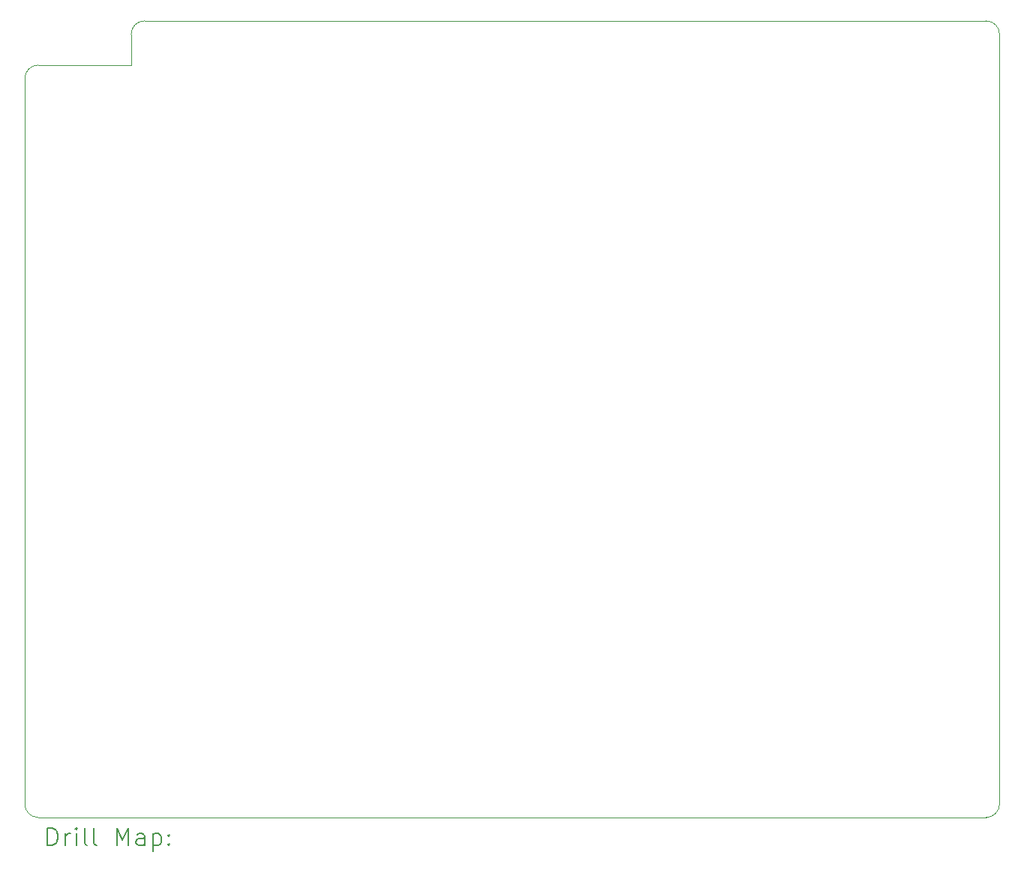
<source format=gbr>
%TF.GenerationSoftware,KiCad,Pcbnew,7.0.10-7.0.10~ubuntu22.04.1*%
%TF.CreationDate,2024-01-03T13:55:52+01:00*%
%TF.ProjectId,EEZ DIB BP3C-DM r3B3,45455a20-4449-4422-9042-5033432d444d,rev?*%
%TF.SameCoordinates,Original*%
%TF.FileFunction,Drillmap*%
%TF.FilePolarity,Positive*%
%FSLAX45Y45*%
G04 Gerber Fmt 4.5, Leading zero omitted, Abs format (unit mm)*
G04 Created by KiCad (PCBNEW 7.0.10-7.0.10~ubuntu22.04.1) date 2024-01-03 13:55:52*
%MOMM*%
%LPD*%
G01*
G04 APERTURE LIST*
%ADD10C,0.100000*%
%ADD11C,0.200000*%
G04 APERTURE END LIST*
D10*
X20350110Y-14850360D02*
X20350110Y-6150360D01*
X10700110Y-6000360D02*
G75*
G03*
X10550110Y-6150360I0J-150000D01*
G01*
X9350110Y-6650360D02*
X9350110Y-14850360D01*
X9500110Y-6500360D02*
G75*
G03*
X9350110Y-6650360I0J-150000D01*
G01*
X20200110Y-15000360D02*
G75*
G03*
X20350110Y-14850360I0J150000D01*
G01*
X9350110Y-14850360D02*
G75*
G03*
X9500110Y-15000360I150000J0D01*
G01*
X9500110Y-15000360D02*
X20200110Y-15000360D01*
X20200110Y-6000360D02*
X10700110Y-6000360D01*
X10550110Y-6150360D02*
X10550110Y-6500360D01*
X20350110Y-6150360D02*
G75*
G03*
X20200110Y-6000360I-150000J0D01*
G01*
X10550110Y-6500360D02*
X9500110Y-6500360D01*
D11*
X9605887Y-15316844D02*
X9605887Y-15116844D01*
X9605887Y-15116844D02*
X9653506Y-15116844D01*
X9653506Y-15116844D02*
X9682077Y-15126368D01*
X9682077Y-15126368D02*
X9701125Y-15145415D01*
X9701125Y-15145415D02*
X9710649Y-15164463D01*
X9710649Y-15164463D02*
X9720173Y-15202558D01*
X9720173Y-15202558D02*
X9720173Y-15231129D01*
X9720173Y-15231129D02*
X9710649Y-15269225D01*
X9710649Y-15269225D02*
X9701125Y-15288272D01*
X9701125Y-15288272D02*
X9682077Y-15307320D01*
X9682077Y-15307320D02*
X9653506Y-15316844D01*
X9653506Y-15316844D02*
X9605887Y-15316844D01*
X9805887Y-15316844D02*
X9805887Y-15183510D01*
X9805887Y-15221606D02*
X9815411Y-15202558D01*
X9815411Y-15202558D02*
X9824934Y-15193034D01*
X9824934Y-15193034D02*
X9843982Y-15183510D01*
X9843982Y-15183510D02*
X9863030Y-15183510D01*
X9929696Y-15316844D02*
X9929696Y-15183510D01*
X9929696Y-15116844D02*
X9920173Y-15126368D01*
X9920173Y-15126368D02*
X9929696Y-15135891D01*
X9929696Y-15135891D02*
X9939220Y-15126368D01*
X9939220Y-15126368D02*
X9929696Y-15116844D01*
X9929696Y-15116844D02*
X9929696Y-15135891D01*
X10053506Y-15316844D02*
X10034458Y-15307320D01*
X10034458Y-15307320D02*
X10024934Y-15288272D01*
X10024934Y-15288272D02*
X10024934Y-15116844D01*
X10158268Y-15316844D02*
X10139220Y-15307320D01*
X10139220Y-15307320D02*
X10129696Y-15288272D01*
X10129696Y-15288272D02*
X10129696Y-15116844D01*
X10386839Y-15316844D02*
X10386839Y-15116844D01*
X10386839Y-15116844D02*
X10453506Y-15259701D01*
X10453506Y-15259701D02*
X10520173Y-15116844D01*
X10520173Y-15116844D02*
X10520173Y-15316844D01*
X10701125Y-15316844D02*
X10701125Y-15212082D01*
X10701125Y-15212082D02*
X10691601Y-15193034D01*
X10691601Y-15193034D02*
X10672554Y-15183510D01*
X10672554Y-15183510D02*
X10634458Y-15183510D01*
X10634458Y-15183510D02*
X10615411Y-15193034D01*
X10701125Y-15307320D02*
X10682077Y-15316844D01*
X10682077Y-15316844D02*
X10634458Y-15316844D01*
X10634458Y-15316844D02*
X10615411Y-15307320D01*
X10615411Y-15307320D02*
X10605887Y-15288272D01*
X10605887Y-15288272D02*
X10605887Y-15269225D01*
X10605887Y-15269225D02*
X10615411Y-15250177D01*
X10615411Y-15250177D02*
X10634458Y-15240653D01*
X10634458Y-15240653D02*
X10682077Y-15240653D01*
X10682077Y-15240653D02*
X10701125Y-15231129D01*
X10796363Y-15183510D02*
X10796363Y-15383510D01*
X10796363Y-15193034D02*
X10815411Y-15183510D01*
X10815411Y-15183510D02*
X10853506Y-15183510D01*
X10853506Y-15183510D02*
X10872554Y-15193034D01*
X10872554Y-15193034D02*
X10882077Y-15202558D01*
X10882077Y-15202558D02*
X10891601Y-15221606D01*
X10891601Y-15221606D02*
X10891601Y-15278748D01*
X10891601Y-15278748D02*
X10882077Y-15297796D01*
X10882077Y-15297796D02*
X10872554Y-15307320D01*
X10872554Y-15307320D02*
X10853506Y-15316844D01*
X10853506Y-15316844D02*
X10815411Y-15316844D01*
X10815411Y-15316844D02*
X10796363Y-15307320D01*
X10977315Y-15297796D02*
X10986839Y-15307320D01*
X10986839Y-15307320D02*
X10977315Y-15316844D01*
X10977315Y-15316844D02*
X10967792Y-15307320D01*
X10967792Y-15307320D02*
X10977315Y-15297796D01*
X10977315Y-15297796D02*
X10977315Y-15316844D01*
X10977315Y-15193034D02*
X10986839Y-15202558D01*
X10986839Y-15202558D02*
X10977315Y-15212082D01*
X10977315Y-15212082D02*
X10967792Y-15202558D01*
X10967792Y-15202558D02*
X10977315Y-15193034D01*
X10977315Y-15193034D02*
X10977315Y-15212082D01*
M02*

</source>
